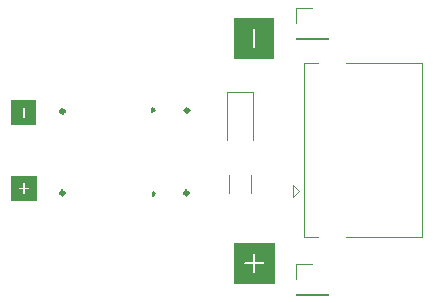
<source format=gbr>
%TF.GenerationSoftware,KiCad,Pcbnew,(7.0.0)*%
%TF.CreationDate,2023-03-03T15:02:14-06:00*%
%TF.ProjectId,Banana to USB Adapter,42616e61-6e61-4207-946f-205553422041,rev?*%
%TF.SameCoordinates,Original*%
%TF.FileFunction,Legend,Top*%
%TF.FilePolarity,Positive*%
%FSLAX46Y46*%
G04 Gerber Fmt 4.6, Leading zero omitted, Abs format (unit mm)*
G04 Created by KiCad (PCBNEW (7.0.0)) date 2023-03-03 15:02:14*
%MOMM*%
%LPD*%
G01*
G04 APERTURE LIST*
%ADD10C,0.150000*%
%ADD11C,0.322487*%
%ADD12C,0.120000*%
G04 APERTURE END LIST*
D10*
X139575000Y-103075000D02*
X139400000Y-103250000D01*
D11*
X131911243Y-96100000D02*
G75*
G03*
X131911243Y-96100000I-161243J0D01*
G01*
X131911243Y-103025000D02*
G75*
G03*
X131911243Y-103025000I-161243J0D01*
G01*
X142461243Y-96025000D02*
G75*
G03*
X142461243Y-96025000I-161243J0D01*
G01*
D10*
X139375000Y-95850000D02*
X139375000Y-96200000D01*
X139575000Y-103075000D02*
X139400000Y-102900000D01*
D11*
X142411243Y-103025000D02*
G75*
G03*
X142411243Y-103025000I-161243J0D01*
G01*
D10*
X139400000Y-103250000D02*
X139400000Y-103225000D01*
X139550000Y-96025000D02*
X139375000Y-95850000D01*
X139400000Y-102900000D02*
X139400000Y-103250000D01*
X139550000Y-96025000D02*
X139375000Y-96200000D01*
X139375000Y-96200000D02*
X139375000Y-96175000D01*
G36*
X129563905Y-103712132D02*
G01*
X127415096Y-103712132D01*
X127415096Y-102654327D01*
X128031178Y-102654327D01*
X128049474Y-102694391D01*
X128086526Y-102718203D01*
X128414500Y-102718203D01*
X128414500Y-103034937D01*
X128423743Y-103066415D01*
X128457029Y-103095257D01*
X128500624Y-103101525D01*
X128540688Y-103083229D01*
X128564500Y-103046177D01*
X128564500Y-102718203D01*
X128881235Y-102718203D01*
X128912713Y-102708960D01*
X128941555Y-102675674D01*
X128947823Y-102632079D01*
X128929527Y-102592015D01*
X128892475Y-102568203D01*
X128564500Y-102568203D01*
X128564500Y-102251469D01*
X128555257Y-102219991D01*
X128521971Y-102191149D01*
X128478376Y-102184881D01*
X128438312Y-102203177D01*
X128414500Y-102240229D01*
X128414500Y-102568203D01*
X128097766Y-102568203D01*
X128066288Y-102577446D01*
X128037446Y-102610732D01*
X128031178Y-102654327D01*
X127415096Y-102654327D01*
X127415096Y-101601418D01*
X129563905Y-101601418D01*
X129563905Y-103712132D01*
G37*
G36*
X149684914Y-91677709D02*
G01*
X146288486Y-91677709D01*
X146288486Y-90701586D01*
X147902057Y-90701586D01*
X147911300Y-90733064D01*
X147944586Y-90761906D01*
X147988181Y-90768174D01*
X148028245Y-90749878D01*
X148052057Y-90712826D01*
X148052057Y-89156213D01*
X148042814Y-89124735D01*
X148009528Y-89095893D01*
X147965933Y-89089625D01*
X147925869Y-89107921D01*
X147902057Y-89144973D01*
X147902057Y-90701586D01*
X146288486Y-90701586D01*
X146288486Y-88205091D01*
X149684914Y-88205091D01*
X149684914Y-91677709D01*
G37*
G36*
X149723009Y-110689614D02*
G01*
X146250391Y-110689614D01*
X146250391Y-108992881D01*
X147159925Y-108992881D01*
X147178221Y-109032945D01*
X147215273Y-109056757D01*
X147924200Y-109056757D01*
X147924200Y-109754443D01*
X147933443Y-109785921D01*
X147966729Y-109814763D01*
X148010324Y-109821031D01*
X148050388Y-109802735D01*
X148074200Y-109765683D01*
X148074200Y-109056757D01*
X148771887Y-109056757D01*
X148803365Y-109047514D01*
X148832207Y-109014228D01*
X148838475Y-108970633D01*
X148820179Y-108930569D01*
X148783127Y-108906757D01*
X148074200Y-108906757D01*
X148074200Y-108209070D01*
X148064957Y-108177592D01*
X148031671Y-108148750D01*
X147988076Y-108142482D01*
X147948012Y-108160778D01*
X147924200Y-108197830D01*
X147924200Y-108906757D01*
X147226513Y-108906757D01*
X147195035Y-108916000D01*
X147166193Y-108949286D01*
X147159925Y-108992881D01*
X146250391Y-108992881D01*
X146250391Y-107293186D01*
X149723009Y-107293186D01*
X149723009Y-110689614D01*
G37*
G36*
X129544857Y-97295829D02*
G01*
X127434143Y-97295829D01*
X127434143Y-96613158D01*
X128400928Y-96613158D01*
X128410171Y-96644636D01*
X128443457Y-96673478D01*
X128487052Y-96679746D01*
X128527116Y-96661450D01*
X128550928Y-96624398D01*
X128550928Y-95829690D01*
X128541685Y-95798212D01*
X128508399Y-95769370D01*
X128464804Y-95763102D01*
X128424740Y-95781398D01*
X128400928Y-95818450D01*
X128400928Y-96613158D01*
X127434143Y-96613158D01*
X127434143Y-95147020D01*
X129544857Y-95147020D01*
X129544857Y-97295829D01*
G37*
%TO.C,*%
D12*
%TO.C,J3*%
X151552600Y-87341400D02*
X152882600Y-87341400D01*
X151552600Y-88671400D02*
X151552600Y-87341400D01*
X151552600Y-89941400D02*
X151552600Y-90001400D01*
X151552600Y-89941400D02*
X154212600Y-89941400D01*
X151552600Y-90001400D02*
X154212600Y-90001400D01*
X154212600Y-89941400D02*
X154212600Y-90001400D01*
%TO.C,J1*%
X152186500Y-106724800D02*
X153357300Y-106724800D01*
X152186500Y-106724800D02*
X152186500Y-92004800D01*
X155719500Y-106724800D02*
X162186500Y-106724800D01*
X162186500Y-106724800D02*
X162186500Y-92004800D01*
X151306500Y-103364800D02*
X151806500Y-102864800D01*
X151806500Y-102864800D02*
X151306500Y-102364800D01*
X151306500Y-102364800D02*
X151306500Y-103364800D01*
X153357300Y-92004800D02*
X152186500Y-92004800D01*
X155719500Y-92004800D02*
X162186500Y-92004800D01*
%TO.C,J2*%
X151552600Y-109007600D02*
X152882600Y-109007600D01*
X151552600Y-110337600D02*
X151552600Y-109007600D01*
X151552600Y-111607600D02*
X151552600Y-111667600D01*
X151552600Y-111607600D02*
X154212600Y-111607600D01*
X151552600Y-111667600D02*
X154212600Y-111667600D01*
X154212600Y-111607600D02*
X154212600Y-111667600D01*
%TO.C,R1*%
X145880000Y-102997064D02*
X145880000Y-101542936D01*
X147700000Y-102997064D02*
X147700000Y-101542936D01*
%TO.C,D1*%
X147925000Y-94460000D02*
X145655000Y-94460000D01*
X145655000Y-94460000D02*
X145655000Y-98520000D01*
X147925000Y-98520000D02*
X147925000Y-94460000D01*
%TD*%
M02*

</source>
